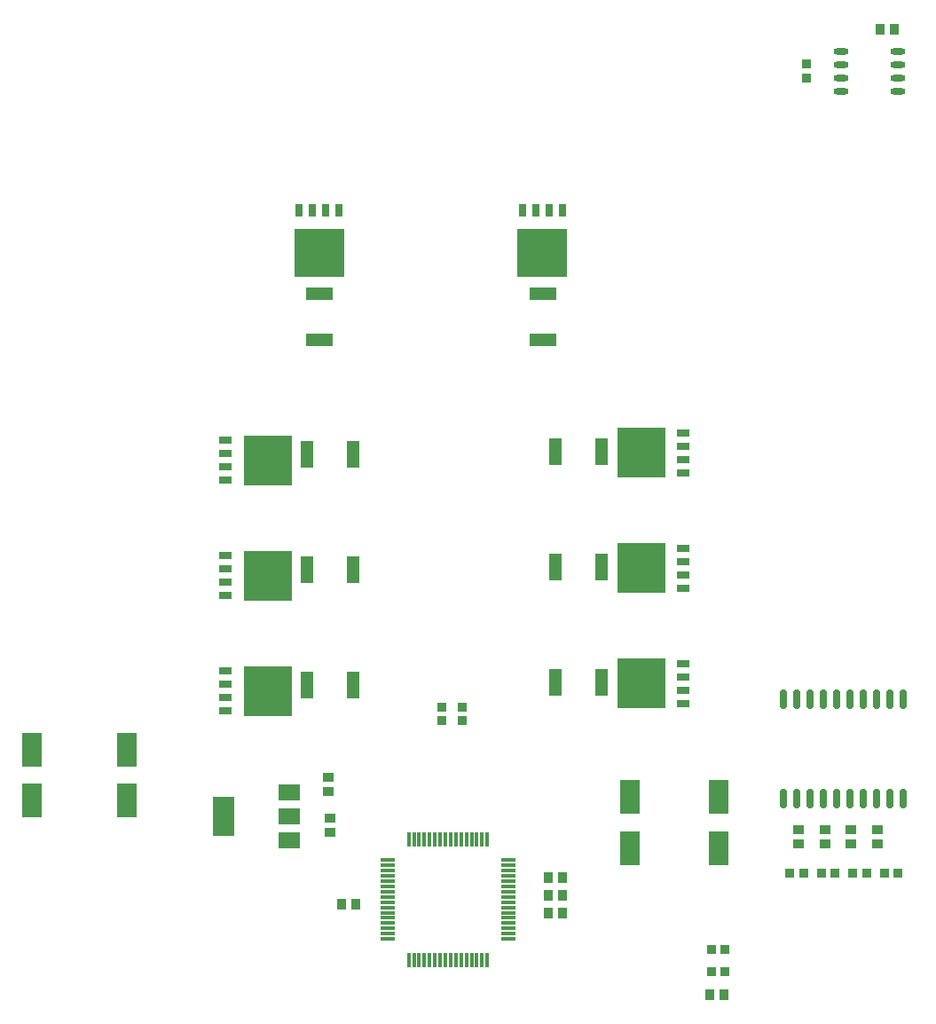
<source format=gtp>
G04*
G04 #@! TF.GenerationSoftware,Altium Limited,Altium Designer,20.0.13 (296)*
G04*
G04 Layer_Color=8421504*
%FSLAX25Y25*%
%MOIN*%
G70*
G01*
G75*
G04:AMPARAMS|DCode=15|XSize=23.62mil|YSize=74.8mil|CornerRadius=5.91mil|HoleSize=0mil|Usage=FLASHONLY|Rotation=180.000|XOffset=0mil|YOffset=0mil|HoleType=Round|Shape=RoundedRectangle|*
%AMROUNDEDRECTD15*
21,1,0.02362,0.06299,0,0,180.0*
21,1,0.01181,0.07480,0,0,180.0*
1,1,0.01181,-0.00591,0.03150*
1,1,0.01181,0.00591,0.03150*
1,1,0.01181,0.00591,-0.03150*
1,1,0.01181,-0.00591,-0.03150*
%
%ADD15ROUNDEDRECTD15*%
%ADD16R,0.04724X0.10236*%
%ADD17R,0.04528X0.02756*%
%ADD18R,0.18110X0.18504*%
%ADD19R,0.03740X0.03347*%
%ADD20R,0.03937X0.03543*%
%ADD21R,0.03543X0.03937*%
%ADD22R,0.03347X0.03740*%
%ADD23R,0.07284X0.12795*%
%ADD24R,0.02756X0.04528*%
%ADD25R,0.18504X0.18110*%
%ADD26R,0.10236X0.04724*%
%ADD27R,0.05315X0.01181*%
%ADD28R,0.01181X0.05315*%
%ADD29O,0.05709X0.02362*%
%ADD30R,0.07874X0.05906*%
%ADD31R,0.07874X0.14961*%
D15*
X328475Y82643D02*
D03*
X333475D02*
D03*
X338475D02*
D03*
X343475D02*
D03*
X348475D02*
D03*
X353475D02*
D03*
X358475D02*
D03*
X363475D02*
D03*
X368475D02*
D03*
X373475D02*
D03*
X328475Y120044D02*
D03*
X333475D02*
D03*
X338475D02*
D03*
X343475D02*
D03*
X348475D02*
D03*
X353475D02*
D03*
X358475D02*
D03*
X363475D02*
D03*
X368475D02*
D03*
X373475D02*
D03*
D16*
X166710Y168782D02*
D03*
X149387D02*
D03*
X166710Y125475D02*
D03*
X149387D02*
D03*
X242739Y126248D02*
D03*
X260062D02*
D03*
X242739Y169555D02*
D03*
X260062D02*
D03*
X242739Y212862D02*
D03*
X260062D02*
D03*
X166710Y212089D02*
D03*
X149387D02*
D03*
D17*
X118763Y173910D02*
D03*
Y168910D02*
D03*
Y163910D02*
D03*
Y158910D02*
D03*
Y130603D02*
D03*
Y125603D02*
D03*
Y120603D02*
D03*
Y115603D02*
D03*
X290686Y118462D02*
D03*
Y123462D02*
D03*
Y128462D02*
D03*
Y133462D02*
D03*
Y161769D02*
D03*
Y166769D02*
D03*
Y171769D02*
D03*
Y176769D02*
D03*
Y205076D02*
D03*
Y210076D02*
D03*
Y215076D02*
D03*
Y220076D02*
D03*
X118763Y217217D02*
D03*
Y212217D02*
D03*
Y207217D02*
D03*
Y202217D02*
D03*
D18*
X134511Y166410D02*
D03*
Y123103D02*
D03*
X274938Y125962D02*
D03*
Y169269D02*
D03*
Y212576D02*
D03*
X134511Y209717D02*
D03*
D19*
X200129Y116977D02*
D03*
Y111859D02*
D03*
X207676Y111859D02*
D03*
Y116977D02*
D03*
X337037Y358527D02*
D03*
Y353409D02*
D03*
D20*
X157364Y90556D02*
D03*
Y85241D02*
D03*
X157905Y70015D02*
D03*
Y75330D02*
D03*
X363508Y71097D02*
D03*
Y65782D02*
D03*
X353682Y71097D02*
D03*
Y65782D02*
D03*
X343857Y71097D02*
D03*
Y65782D02*
D03*
X334031Y71097D02*
D03*
Y65782D02*
D03*
D21*
X162329Y42855D02*
D03*
X167643D02*
D03*
X245268Y53133D02*
D03*
X239953D02*
D03*
X245268Y46367D02*
D03*
X239953D02*
D03*
X245268Y39601D02*
D03*
X239953D02*
D03*
X300620Y9150D02*
D03*
X305935D02*
D03*
X364798Y371545D02*
D03*
X370113D02*
D03*
D22*
X301231Y26104D02*
D03*
X306349D02*
D03*
X301231Y17627D02*
D03*
X306349D02*
D03*
X371339Y54522D02*
D03*
X366221D02*
D03*
X359512D02*
D03*
X354394D02*
D03*
X347684D02*
D03*
X342566D02*
D03*
X335857D02*
D03*
X330739D02*
D03*
D23*
X270547Y64037D02*
D03*
Y83328D02*
D03*
X45995Y101169D02*
D03*
Y81878D02*
D03*
X81773Y101169D02*
D03*
Y81878D02*
D03*
X304063Y83324D02*
D03*
Y64033D02*
D03*
D24*
X245261Y303532D02*
D03*
X240261D02*
D03*
X235261D02*
D03*
X230261D02*
D03*
X161369D02*
D03*
X156369D02*
D03*
X151369D02*
D03*
X146369D02*
D03*
D25*
X237761Y287784D02*
D03*
X153869D02*
D03*
D26*
X237947Y255185D02*
D03*
Y272508D02*
D03*
X153901Y255029D02*
D03*
Y272352D02*
D03*
D27*
X224938Y30009D02*
D03*
Y31978D02*
D03*
Y33946D02*
D03*
Y35915D02*
D03*
Y37883D02*
D03*
Y39852D02*
D03*
Y41820D02*
D03*
Y43789D02*
D03*
Y45757D02*
D03*
Y47726D02*
D03*
Y49694D02*
D03*
Y51663D02*
D03*
Y53631D02*
D03*
Y55600D02*
D03*
Y57568D02*
D03*
Y59537D02*
D03*
X179663D02*
D03*
Y57568D02*
D03*
Y55600D02*
D03*
Y53631D02*
D03*
Y51663D02*
D03*
Y49694D02*
D03*
Y47726D02*
D03*
Y45757D02*
D03*
Y43789D02*
D03*
Y41820D02*
D03*
Y39852D02*
D03*
Y37883D02*
D03*
Y35915D02*
D03*
Y33946D02*
D03*
Y31978D02*
D03*
Y30009D02*
D03*
D28*
X217064Y67411D02*
D03*
X215096D02*
D03*
X213127D02*
D03*
X211159D02*
D03*
X209190D02*
D03*
X207222D02*
D03*
X205253D02*
D03*
X203285D02*
D03*
X201316D02*
D03*
X199348D02*
D03*
X197379D02*
D03*
X195411D02*
D03*
X193442D02*
D03*
X191474D02*
D03*
X189505D02*
D03*
X187537D02*
D03*
Y22135D02*
D03*
X189505D02*
D03*
X191474D02*
D03*
X193442D02*
D03*
X195411D02*
D03*
X197379D02*
D03*
X199348D02*
D03*
X201316D02*
D03*
X203285D02*
D03*
X205253D02*
D03*
X207222D02*
D03*
X209190D02*
D03*
X211159D02*
D03*
X213127D02*
D03*
X215096D02*
D03*
X217064D02*
D03*
D29*
X349828Y363469D02*
D03*
Y358469D02*
D03*
Y353469D02*
D03*
Y348469D02*
D03*
X371284Y363469D02*
D03*
Y358469D02*
D03*
Y353469D02*
D03*
Y348469D02*
D03*
D30*
X142659Y67057D02*
D03*
Y76112D02*
D03*
Y85167D02*
D03*
D31*
X117856Y76112D02*
D03*
M02*

</source>
